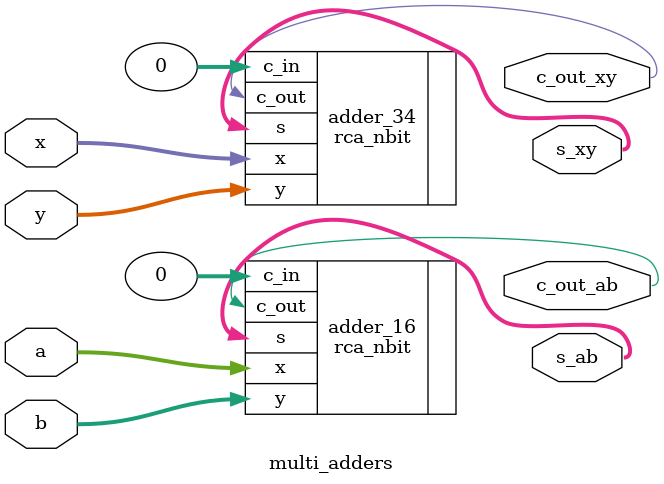
<source format=v>
`timescale 1ns / 1ps


module multi_adders(
    input [15:0] a, b,
    output [15:0] s_ab,
    output c_out_ab,
    input [33:0] x, y,
    output [33:0] s_xy,
    output c_out_xy
    );
    
    rca_nbit #(.n(16)) adder_16 (
        .x(a),
        .y(b),
        .c_in(0),
        .s(s_ab),
        .c_out(c_out_ab)
    ); 
    
    
    rca_nbit #(.n(34)) adder_34 (
        .x(x),
        .y(y),
        .c_in(0),
        .s(s_xy),
        .c_out(c_out_xy)
    ); 
endmodule

</source>
